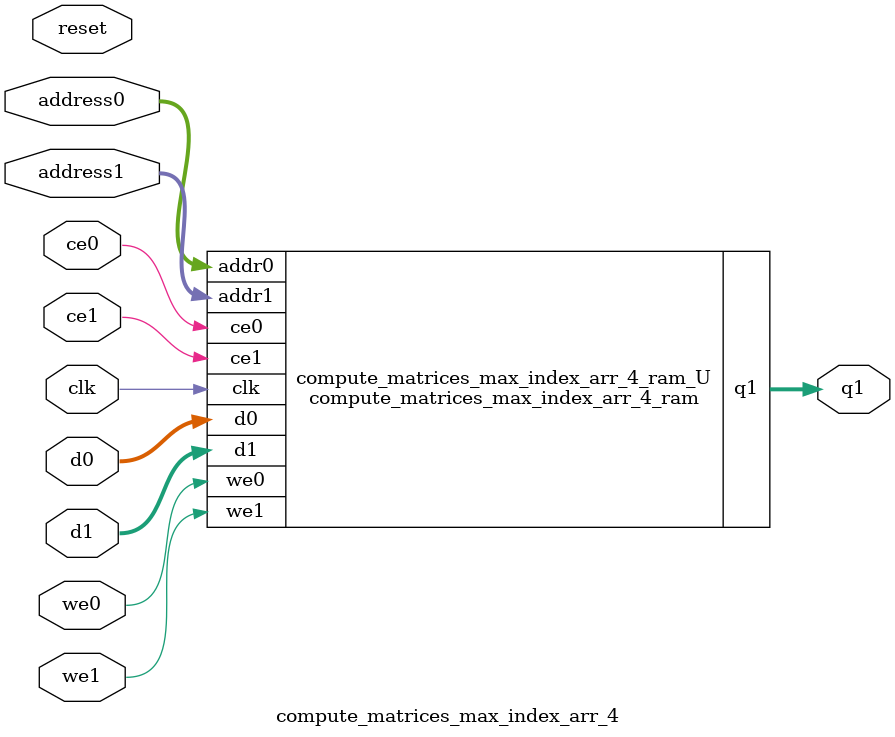
<source format=v>
`timescale 1 ns / 1 ps
module compute_matrices_max_index_arr_4_ram (addr0, ce0, d0, we0, addr1, ce1, d1, we1, q1,  clk);

parameter DWIDTH = 22;
parameter AWIDTH = 2;
parameter MEM_SIZE = 4;

input[AWIDTH-1:0] addr0;
input ce0;
input[DWIDTH-1:0] d0;
input we0;
input[AWIDTH-1:0] addr1;
input ce1;
input[DWIDTH-1:0] d1;
input we1;
output reg[DWIDTH-1:0] q1;
input clk;

(* ram_style = "block" *)reg [DWIDTH-1:0] ram[0:MEM_SIZE-1];




always @(posedge clk)  
begin 
    if (ce0) begin
        if (we0) 
            ram[addr0] <= d0; 
    end
end


always @(posedge clk)  
begin 
    if (ce1) begin
        if (we1) 
            ram[addr1] <= d1; 
        q1 <= ram[addr1];
    end
end


endmodule

`timescale 1 ns / 1 ps
module compute_matrices_max_index_arr_4(
    reset,
    clk,
    address0,
    ce0,
    we0,
    d0,
    address1,
    ce1,
    we1,
    d1,
    q1);

parameter DataWidth = 32'd22;
parameter AddressRange = 32'd4;
parameter AddressWidth = 32'd2;
input reset;
input clk;
input[AddressWidth - 1:0] address0;
input ce0;
input we0;
input[DataWidth - 1:0] d0;
input[AddressWidth - 1:0] address1;
input ce1;
input we1;
input[DataWidth - 1:0] d1;
output[DataWidth - 1:0] q1;



compute_matrices_max_index_arr_4_ram compute_matrices_max_index_arr_4_ram_U(
    .clk( clk ),
    .addr0( address0 ),
    .ce0( ce0 ),
    .we0( we0 ),
    .d0( d0 ),
    .addr1( address1 ),
    .ce1( ce1 ),
    .we1( we1 ),
    .d1( d1 ),
    .q1( q1 ));

endmodule


</source>
